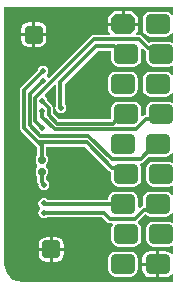
<source format=gbr>
%TF.GenerationSoftware,Altium Limited,Altium Designer,24.8.2 (39)*%
G04 Layer_Physical_Order=2*
G04 Layer_Color=16711680*
%FSLAX45Y45*%
%MOMM*%
%TF.SameCoordinates,FBB41CCB-3D8C-4B0B-A071-B3836E82DD1E*%
%TF.FilePolarity,Positive*%
%TF.FileFunction,Copper,L2,Bot,Signal*%
%TF.Part,Single*%
G01*
G75*
%TA.AperFunction,Conductor*%
%ADD11C,0.30000*%
%TA.AperFunction,ComponentPad*%
G04:AMPARAMS|DCode=14|XSize=1.7mm|YSize=2.1mm|CornerRadius=0mm|HoleSize=0mm|Usage=FLASHONLY|Rotation=270.000|XOffset=0mm|YOffset=0mm|HoleType=Round|Shape=Octagon|*
%AMOCTAGOND14*
4,1,8,1.05000,0.42500,1.05000,-0.42500,0.62500,-0.85000,-0.62500,-0.85000,-1.05000,-0.42500,-1.05000,0.42500,-0.62500,0.85000,0.62500,0.85000,1.05000,0.42500,0.0*
%
%ADD14OCTAGOND14*%

G04:AMPARAMS|DCode=15|XSize=1.7mm|YSize=2.1mm|CornerRadius=0.425mm|HoleSize=0mm|Usage=FLASHONLY|Rotation=270.000|XOffset=0mm|YOffset=0mm|HoleType=Round|Shape=RoundedRectangle|*
%AMROUNDEDRECTD15*
21,1,1.70000,1.25001,0,0,270.0*
21,1,0.85000,2.10000,0,0,270.0*
1,1,0.85000,-0.62500,-0.42500*
1,1,0.85000,-0.62500,0.42500*
1,1,0.85000,0.62500,0.42500*
1,1,0.85000,0.62500,-0.42500*
%
%ADD15ROUNDEDRECTD15*%
G04:AMPARAMS|DCode=16|XSize=1.55mm|YSize=1.6mm|CornerRadius=0.3875mm|HoleSize=0mm|Usage=FLASHONLY|Rotation=270.000|XOffset=0mm|YOffset=0mm|HoleType=Round|Shape=RoundedRectangle|*
%AMROUNDEDRECTD16*
21,1,1.55000,0.82500,0,0,270.0*
21,1,0.77500,1.60000,0,0,270.0*
1,1,0.77500,-0.41250,-0.38750*
1,1,0.77500,-0.41250,0.38750*
1,1,0.77500,0.41250,0.38750*
1,1,0.77500,0.41250,-0.38750*
%
%ADD16ROUNDEDRECTD16*%
%TA.AperFunction,ViaPad*%
%ADD17C,0.50800*%
%TA.AperFunction,SMDPad,CuDef*%
G04:AMPARAMS|DCode=18|XSize=0.6mm|YSize=0.6mm|CornerRadius=0.15mm|HoleSize=0mm|Usage=FLASHONLY|Rotation=180.000|XOffset=0mm|YOffset=0mm|HoleType=Round|Shape=RoundedRectangle|*
%AMROUNDEDRECTD18*
21,1,0.60000,0.30000,0,0,180.0*
21,1,0.30000,0.60000,0,0,180.0*
1,1,0.30000,-0.15000,0.15000*
1,1,0.30000,0.15000,0.15000*
1,1,0.30000,0.15000,-0.15000*
1,1,0.30000,-0.15000,-0.15000*
%
%ADD18ROUNDEDRECTD18*%
G36*
X1476058Y2405898D02*
X1461058Y2401348D01*
X1451560Y2415561D01*
X1430887Y2429375D01*
X1406501Y2434226D01*
X1281500D01*
X1257114Y2429375D01*
X1236440Y2415561D01*
X1222626Y2394888D01*
X1217776Y2370501D01*
Y2285501D01*
X1222626Y2261115D01*
X1236440Y2240442D01*
X1257114Y2226628D01*
X1281500Y2221777D01*
X1406501D01*
X1430887Y2226628D01*
X1451560Y2240442D01*
X1461058Y2254655D01*
X1476058Y2250105D01*
Y2178475D01*
X1462829Y2171404D01*
X1456886Y2175375D01*
X1432500Y2180226D01*
X1307500D01*
X1283113Y2175375D01*
X1271340Y2167508D01*
X1213614Y2225234D01*
X1202037Y2232969D01*
X1188380Y2235686D01*
X1162883D01*
X1157143Y2249544D01*
X1180400Y2272802D01*
Y2315301D01*
X919600D01*
Y2272802D01*
X942858Y2249544D01*
X937118Y2235686D01*
X802842D01*
X789186Y2232969D01*
X777609Y2225234D01*
X426702Y1874326D01*
X410105Y1876578D01*
X403876Y1890099D01*
X405525Y1900112D01*
X413994Y1912786D01*
X417518Y1930501D01*
X413994Y1948215D01*
X403960Y1963232D01*
X388943Y1973267D01*
X371228Y1976790D01*
X353514Y1973267D01*
X338497Y1963232D01*
X328462Y1948215D01*
X325976Y1935716D01*
X188141Y1797881D01*
X180406Y1786303D01*
X177689Y1772647D01*
Y1452090D01*
X180406Y1438434D01*
X188141Y1426857D01*
X324314Y1290683D01*
Y1223272D01*
X319766Y1220234D01*
X312031Y1208656D01*
X309314Y1195000D01*
Y1165000D01*
X312031Y1151344D01*
X319766Y1139766D01*
X320883Y1139020D01*
Y1120980D01*
X319766Y1120234D01*
X312031Y1108656D01*
X309314Y1095000D01*
Y1065000D01*
X312031Y1051344D01*
X319766Y1039767D01*
X324314Y1036728D01*
Y995629D01*
X327031Y981972D01*
X334013Y971522D01*
X333711Y970000D01*
X337234Y952286D01*
X347268Y937268D01*
X362286Y927234D01*
X380000Y923711D01*
X397714Y927234D01*
X412732Y937268D01*
X422766Y952286D01*
X426289Y970000D01*
X422766Y987714D01*
X412732Y1002732D01*
X397714Y1012766D01*
X395686Y1013169D01*
Y1036728D01*
X400234Y1039767D01*
X407969Y1051344D01*
X410686Y1065000D01*
Y1095000D01*
X407969Y1108656D01*
X400234Y1120234D01*
X399117Y1120980D01*
Y1139020D01*
X400234Y1139766D01*
X407969Y1151344D01*
X410686Y1165000D01*
Y1195000D01*
X407969Y1208656D01*
X400234Y1220234D01*
X395686Y1223272D01*
Y1290361D01*
X729172D01*
X934394Y1085139D01*
X945971Y1077404D01*
X949775Y1076647D01*
Y1015501D01*
X954626Y991115D01*
X968440Y970442D01*
X989113Y956628D01*
X1013500Y951777D01*
X1138500D01*
X1162886Y956628D01*
X1183560Y970442D01*
X1197374Y991115D01*
X1202224Y1015501D01*
Y1100501D01*
X1197374Y1124888D01*
X1190044Y1135858D01*
X1198061Y1150858D01*
X1198543D01*
X1212199Y1153575D01*
X1223776Y1161310D01*
X1270443Y1207977D01*
X1281500Y1205777D01*
X1406501D01*
X1430887Y1210628D01*
X1451560Y1224442D01*
X1461058Y1238655D01*
X1476058Y1234105D01*
Y1162475D01*
X1462829Y1155404D01*
X1456886Y1159375D01*
X1432500Y1164226D01*
X1307500D01*
X1283113Y1159375D01*
X1262440Y1145561D01*
X1248626Y1124888D01*
X1243775Y1100501D01*
Y1015501D01*
X1248626Y991115D01*
X1262440Y970442D01*
X1283113Y956628D01*
X1307500Y951777D01*
X1432500D01*
X1456886Y956628D01*
X1462829Y960599D01*
X1476058Y953528D01*
Y881898D01*
X1461058Y877348D01*
X1451560Y891561D01*
X1430887Y905375D01*
X1406501Y910226D01*
X1281500D01*
X1257114Y905375D01*
X1236440Y891561D01*
X1222626Y870888D01*
X1217776Y846501D01*
Y790888D01*
X1209357Y789214D01*
X1197780Y781478D01*
X1191225Y774923D01*
X1176225Y781136D01*
Y846501D01*
X1171374Y870888D01*
X1157561Y891561D01*
X1136887Y905375D01*
X1112501Y910226D01*
X987500D01*
X963114Y905375D01*
X942440Y891561D01*
X928627Y870888D01*
X923776Y846501D01*
Y839687D01*
X414766D01*
X412732Y842732D01*
X397714Y852766D01*
X380000Y856289D01*
X362286Y852766D01*
X347268Y842732D01*
X337234Y827714D01*
X333711Y810000D01*
X337234Y792286D01*
X347268Y777268D01*
Y762732D01*
X337234Y747714D01*
X333711Y730000D01*
X337234Y712286D01*
X347268Y697268D01*
X362286Y687234D01*
X380000Y683711D01*
X397714Y687234D01*
X408311Y694314D01*
X875218D01*
X914767Y654766D01*
X926344Y647031D01*
X940000Y644314D01*
X954911D01*
X962929Y629314D01*
X954626Y616888D01*
X949775Y592501D01*
Y507501D01*
X954626Y483115D01*
X968440Y462442D01*
X989113Y448628D01*
X1013500Y443777D01*
X1138500D01*
X1162886Y448628D01*
X1183560Y462442D01*
X1197374Y483115D01*
X1202224Y507501D01*
Y592501D01*
X1197374Y616888D01*
X1183560Y637561D01*
X1177100Y641878D01*
X1177133Y659896D01*
X1233926Y716689D01*
X1236441Y716441D01*
X1257114Y702628D01*
X1281500Y697777D01*
X1406501D01*
X1430887Y702628D01*
X1451560Y716442D01*
X1461058Y730655D01*
X1476058Y726105D01*
Y654475D01*
X1462829Y647404D01*
X1456886Y651375D01*
X1432500Y656226D01*
X1307500D01*
X1283113Y651375D01*
X1262440Y637561D01*
X1248626Y616888D01*
X1243775Y592501D01*
Y507501D01*
X1248626Y483115D01*
X1262440Y462442D01*
X1283113Y448628D01*
X1307500Y443777D01*
X1432500D01*
X1456886Y448628D01*
X1462829Y452599D01*
X1476058Y445528D01*
Y383617D01*
X1461058Y379067D01*
X1455454Y387454D01*
X1432994Y402462D01*
X1406501Y407731D01*
X1356700D01*
Y296001D01*
Y184271D01*
X1406501D01*
X1432994Y189541D01*
X1455454Y204548D01*
X1461058Y212936D01*
X1476058Y208385D01*
Y143944D01*
X200000D01*
X199453Y143835D01*
X159563Y149087D01*
X121882Y164695D01*
X89524Y189524D01*
X64695Y221882D01*
X49087Y259563D01*
X43836Y299453D01*
X43944Y299999D01*
Y2476056D01*
X1476058D01*
Y2405898D01*
D02*
G37*
G36*
X1236121Y2101792D02*
X1243775Y2096678D01*
Y2031501D01*
X1248626Y2007115D01*
X1262440Y1986442D01*
X1283113Y1972628D01*
X1307500Y1967777D01*
X1432500D01*
X1456886Y1972628D01*
X1462829Y1976599D01*
X1476058Y1969528D01*
Y1897898D01*
X1461058Y1893348D01*
X1451560Y1907561D01*
X1430887Y1921375D01*
X1406501Y1926226D01*
X1281500D01*
X1257114Y1921375D01*
X1236440Y1907561D01*
X1222626Y1886888D01*
X1217776Y1862501D01*
Y1777501D01*
X1222626Y1753115D01*
X1236440Y1732442D01*
X1257114Y1718628D01*
X1281500Y1713777D01*
X1406501D01*
X1430887Y1718628D01*
X1451560Y1732442D01*
X1461058Y1746655D01*
X1476058Y1742105D01*
Y1670475D01*
X1462829Y1663404D01*
X1456886Y1667375D01*
X1432500Y1672226D01*
X1307500D01*
X1283113Y1667375D01*
X1262440Y1653561D01*
X1248626Y1632888D01*
X1243775Y1608501D01*
Y1559314D01*
X1243629D01*
X1229972Y1556598D01*
X1218395Y1548862D01*
X1216082Y1546550D01*
X1202224Y1552290D01*
Y1608501D01*
X1197374Y1632888D01*
X1183560Y1653561D01*
X1162886Y1667375D01*
X1138500Y1672226D01*
X1013500D01*
X989113Y1667375D01*
X968440Y1653561D01*
X954626Y1632888D01*
X949775Y1608501D01*
Y1525127D01*
X945750Y1521102D01*
X504419D01*
X454340Y1571180D01*
Y1618005D01*
X451624Y1631661D01*
X443888Y1643239D01*
X407981Y1679146D01*
X404540Y1696442D01*
X394506Y1711460D01*
X389397Y1714874D01*
X387367Y1734057D01*
X470456Y1817146D01*
X484314Y1811406D01*
Y1643164D01*
X480731Y1637801D01*
X477207Y1620087D01*
X480731Y1602373D01*
X490765Y1587355D01*
X505783Y1577321D01*
X523497Y1573797D01*
X541211Y1577321D01*
X556229Y1587355D01*
X566263Y1602373D01*
X569786Y1620087D01*
X566263Y1637801D01*
X556229Y1652819D01*
X555686Y1653181D01*
Y1825219D01*
X834781Y2104314D01*
X949775D01*
Y2031501D01*
X954626Y2007115D01*
X968440Y1986442D01*
X989113Y1972628D01*
X1013500Y1967777D01*
X1138500D01*
X1162886Y1972628D01*
X1183560Y1986442D01*
X1197374Y2007115D01*
X1202224Y2031501D01*
Y2114475D01*
X1211130Y2121261D01*
X1214728Y2123185D01*
X1236121Y2101792D01*
D02*
G37*
%LPC*%
G36*
X1125201Y2438401D02*
X1062700D01*
Y2340701D01*
X1180400D01*
Y2383201D01*
X1125201Y2438401D01*
D02*
G37*
G36*
X1037300D02*
X974800D01*
X919600Y2383201D01*
Y2340701D01*
X1037300D01*
Y2438401D01*
D02*
G37*
G36*
X334249Y2344157D02*
X305699D01*
Y2252701D01*
X399656D01*
Y2278751D01*
X394677Y2303781D01*
X380499Y2325000D01*
X359279Y2339178D01*
X334249Y2344157D01*
D02*
G37*
G36*
X280299D02*
X251749D01*
X226719Y2339178D01*
X205500Y2325000D01*
X191321Y2303781D01*
X186343Y2278751D01*
Y2252701D01*
X280299D01*
Y2344157D01*
D02*
G37*
G36*
X399656Y2227301D02*
X305699D01*
Y2135844D01*
X334249D01*
X359279Y2140823D01*
X380499Y2155001D01*
X394677Y2176220D01*
X399656Y2201251D01*
Y2227301D01*
D02*
G37*
G36*
X280299D02*
X186343D01*
Y2201251D01*
X191321Y2176220D01*
X205500Y2155001D01*
X226719Y2140823D01*
X251749Y2135844D01*
X280299D01*
Y2227301D01*
D02*
G37*
G36*
X484251Y524156D02*
X455701D01*
Y432699D01*
X549658D01*
Y458749D01*
X544679Y483779D01*
X530501Y504999D01*
X509281Y519177D01*
X484251Y524156D01*
D02*
G37*
G36*
X430301D02*
X401752D01*
X376721Y519177D01*
X355502Y504999D01*
X341324Y483779D01*
X336345Y458749D01*
Y432699D01*
X430301D01*
Y524156D01*
D02*
G37*
G36*
X549658Y407299D02*
X455701D01*
Y315842D01*
X484251D01*
X509281Y320821D01*
X530501Y335000D01*
X544679Y356219D01*
X549658Y381249D01*
Y407299D01*
D02*
G37*
G36*
X430301D02*
X336345D01*
Y381249D01*
X341324Y356219D01*
X355502Y335000D01*
X376721Y320821D01*
X401752Y315842D01*
X430301D01*
Y407299D01*
D02*
G37*
G36*
X1331300Y407731D02*
X1281500D01*
X1255007Y402462D01*
X1232547Y387454D01*
X1217540Y364995D01*
X1212270Y338501D01*
Y308701D01*
X1331300D01*
Y407731D01*
D02*
G37*
G36*
X1112501Y402226D02*
X987500D01*
X963114Y397375D01*
X942440Y383561D01*
X928627Y362888D01*
X923776Y338501D01*
Y253501D01*
X928627Y229115D01*
X942440Y208442D01*
X963114Y194628D01*
X987500Y189777D01*
X1112501D01*
X1136887Y194628D01*
X1157561Y208442D01*
X1171374Y229115D01*
X1176225Y253501D01*
Y338501D01*
X1171374Y362888D01*
X1157561Y383561D01*
X1136887Y397375D01*
X1112501Y402226D01*
D02*
G37*
G36*
X1331300Y283301D02*
X1212270D01*
Y253501D01*
X1217540Y227008D01*
X1232547Y204548D01*
X1255007Y189541D01*
X1281500Y184271D01*
X1331300D01*
Y283301D01*
D02*
G37*
G36*
X1112501Y1926226D02*
X987500D01*
X963114Y1921375D01*
X942440Y1907561D01*
X928627Y1886888D01*
X923776Y1862501D01*
Y1777501D01*
X928627Y1753115D01*
X942440Y1732442D01*
X963114Y1718628D01*
X987500Y1713777D01*
X1112501D01*
X1136887Y1718628D01*
X1157561Y1732442D01*
X1171374Y1753115D01*
X1176225Y1777501D01*
Y1862501D01*
X1171374Y1886888D01*
X1157561Y1907561D01*
X1136887Y1921375D01*
X1112501Y1926226D01*
D02*
G37*
%LPD*%
D11*
X418655Y1556399D02*
X489638Y1485416D01*
X361774Y1674885D02*
X418655Y1618005D01*
Y1556399D02*
Y1618005D01*
X520000Y1623584D02*
X523497Y1620087D01*
X520000Y1623584D02*
Y1840000D01*
X361774Y1674885D02*
Y1678728D01*
X365753Y1544247D02*
Y1591145D01*
Y1544247D02*
X470797Y1439203D01*
X361773Y1595124D02*
X365753Y1591145D01*
X305375Y1510583D02*
X365882Y1450076D01*
X259375Y1471144D02*
X347549Y1382969D01*
X213375Y1452090D02*
Y1772647D01*
X371228Y1930501D01*
X305375Y1510583D02*
Y1702532D01*
X259375Y1471144D02*
Y1738886D01*
X305375Y1702532D02*
X802842Y2200000D01*
X213375Y1452090D02*
X341686Y1323779D01*
X259375Y1738886D02*
X371016Y1850527D01*
X489638Y1485416D02*
X960531D01*
X520000Y1840000D02*
X820000Y2140000D01*
X470797Y1439203D02*
X1159203D01*
X1223014Y756244D02*
X1276243D01*
X940000Y680000D02*
X1146769D01*
X1276243Y756244D02*
X1324000Y804001D01*
X1146769Y680000D02*
X1223014Y756244D01*
X1041117Y2074001D02*
X1096000D01*
X975118Y2140000D02*
X1041117Y2074001D01*
X820000Y2140000D02*
X975118D01*
X802842Y2200000D02*
X1188380D01*
X341686Y1323779D02*
X360000Y1305465D01*
Y1180000D02*
Y1305465D01*
X347549Y1382969D02*
X757031D01*
X959627Y1110373D02*
X1043628D01*
X743954Y1326047D02*
X959627Y1110373D01*
X343953Y1326047D02*
X743954D01*
X1043628Y1110373D02*
X1096000Y1058001D01*
X953457Y1186544D02*
X1198543D01*
X757031Y1382969D02*
X953457Y1186544D01*
X1296976Y2127025D02*
X1350000Y2074001D01*
X1188380Y2200000D02*
X1261355Y2127025D01*
X1296976D01*
X960531Y1485416D02*
X1041117Y1566001D01*
X1159203Y1439203D02*
X1243629Y1523629D01*
X1041117Y1566001D02*
X1096000D01*
X360000Y995629D02*
X380000Y975629D01*
Y970000D02*
Y975629D01*
X360000Y995629D02*
Y1080000D01*
X1198543Y1186544D02*
X1324000Y1312001D01*
X391627Y804001D02*
X1070000D01*
X385629Y810000D02*
X391627Y804001D01*
X380000Y810000D02*
X385629D01*
X380000Y730000D02*
X890000D01*
X940000Y680000D01*
X1243629Y1523629D02*
X1307627D01*
X1350000Y1566001D01*
D14*
X1050000Y2328001D02*
D03*
D15*
X1076000Y2074001D02*
D03*
X1050000Y1820001D02*
D03*
X1076000Y1566001D02*
D03*
X1050000Y1312001D02*
D03*
X1076000Y1058001D02*
D03*
X1050000Y804001D02*
D03*
X1344000Y2328001D02*
D03*
X1370000Y2074001D02*
D03*
X1344000Y1820001D02*
D03*
X1370000Y1566001D02*
D03*
X1344000Y1312001D02*
D03*
X1370000Y1058001D02*
D03*
X1344000Y804001D02*
D03*
X1076000Y550001D02*
D03*
X1050000Y296001D02*
D03*
X1370000Y550001D02*
D03*
X1344000Y296001D02*
D03*
D16*
X443001Y419999D02*
D03*
X292999Y2240001D02*
D03*
D17*
X523497Y1620087D02*
D03*
X361773Y1595124D02*
D03*
X361774Y1678728D02*
D03*
X895858Y1874378D02*
D03*
X808751Y891705D02*
D03*
X908752Y1031705D02*
D03*
X808751Y1131705D02*
D03*
X1240000Y1950000D02*
D03*
Y670000D02*
D03*
X830362Y579264D02*
D03*
X680000Y2170000D02*
D03*
X310000Y490000D02*
D03*
X705819Y497038D02*
D03*
X810000Y2010000D02*
D03*
X371016Y1850527D02*
D03*
X371228Y1930501D02*
D03*
X365882Y1450076D02*
D03*
X455356Y1763670D02*
D03*
X820000Y1550000D02*
D03*
X860000Y200000D02*
D03*
X830000Y2440000D02*
D03*
X880000Y2270000D02*
D03*
X80000Y1530000D02*
D03*
Y1770000D02*
D03*
Y2010000D02*
D03*
Y2440000D02*
D03*
X430000Y2160000D02*
D03*
X440000Y2010000D02*
D03*
X80000Y1130000D02*
D03*
Y890000D02*
D03*
Y650000D02*
D03*
X130000Y220000D02*
D03*
X380000Y810000D02*
D03*
Y730000D02*
D03*
Y970000D02*
D03*
X400000Y890000D02*
D03*
X440000Y1130000D02*
D03*
Y650000D02*
D03*
D18*
X360000Y1080000D02*
D03*
Y1180000D02*
D03*
%TF.MD5,6a21ca48f129d8763030ea4fd49e280b*%
M02*

</source>
